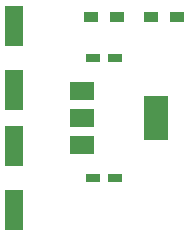
<source format=gtp>
G04 #@! TF.GenerationSoftware,KiCad,Pcbnew,(5.0.0)*
G04 #@! TF.CreationDate,2020-10-27T08:58:59-05:00*
G04 #@! TF.ProjectId,breakout_firstproject,627265616B6F75745F66697273747072,1.0*
G04 #@! TF.SameCoordinates,Original*
G04 #@! TF.FileFunction,Paste,Top*
G04 #@! TF.FilePolarity,Positive*
%FSLAX46Y46*%
G04 Gerber Fmt 4.6, Leading zero omitted, Abs format (unit mm)*
G04 Created by KiCad (PCBNEW (5.0.0)) date 10/27/20 08:58:59*
%MOMM*%
%LPD*%
G01*
G04 APERTURE LIST*
%ADD10R,1.600000X3.500000*%
%ADD11R,1.200000X0.750000*%
%ADD12R,1.200000X0.900000*%
%ADD13R,2.000000X1.500000*%
%ADD14R,2.000000X3.800000*%
G04 APERTURE END LIST*
D10*
G04 #@! TO.C,C1*
X154940000Y-99850000D03*
X154940000Y-105250000D03*
G04 #@! TD*
D11*
G04 #@! TO.C,C2*
X163510000Y-102550000D03*
X161610000Y-102550000D03*
G04 #@! TD*
D10*
G04 #@! TO.C,C3*
X154940000Y-89690000D03*
X154940000Y-95090000D03*
G04 #@! TD*
D11*
G04 #@! TO.C,C4*
X161610000Y-92390000D03*
X163510000Y-92390000D03*
G04 #@! TD*
D12*
G04 #@! TO.C,D1*
X161460000Y-88900000D03*
X163660000Y-88900000D03*
G04 #@! TD*
G04 #@! TO.C,R1*
X168740000Y-88900000D03*
X166540000Y-88900000D03*
G04 #@! TD*
D13*
G04 #@! TO.C,U2*
X160680000Y-95170000D03*
X160680000Y-99770000D03*
X160680000Y-97470000D03*
D14*
X166980000Y-97470000D03*
G04 #@! TD*
M02*

</source>
